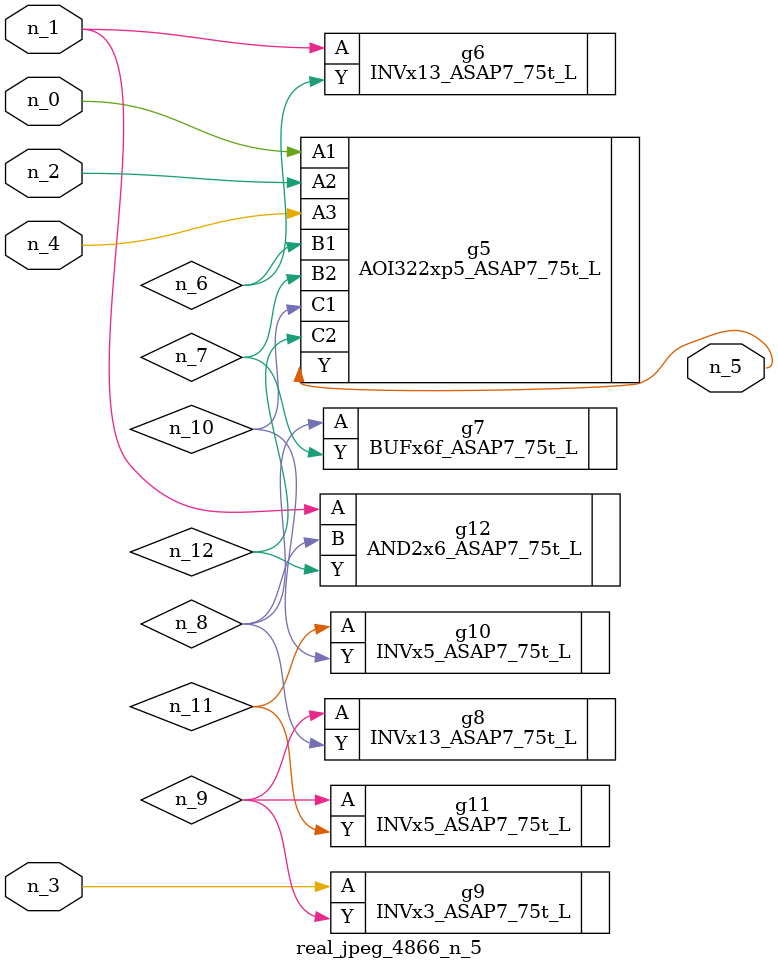
<source format=v>
module real_jpeg_4866_n_5 (n_4, n_0, n_1, n_2, n_3, n_5);

input n_4;
input n_0;
input n_1;
input n_2;
input n_3;

output n_5;

wire n_12;
wire n_8;
wire n_11;
wire n_6;
wire n_7;
wire n_10;
wire n_9;

AOI322xp5_ASAP7_75t_L g5 ( 
.A1(n_0),
.A2(n_2),
.A3(n_4),
.B1(n_6),
.B2(n_7),
.C1(n_10),
.C2(n_12),
.Y(n_5)
);

INVx13_ASAP7_75t_L g6 ( 
.A(n_1),
.Y(n_6)
);

AND2x6_ASAP7_75t_L g12 ( 
.A(n_1),
.B(n_8),
.Y(n_12)
);

INVx3_ASAP7_75t_L g9 ( 
.A(n_3),
.Y(n_9)
);

BUFx6f_ASAP7_75t_L g7 ( 
.A(n_8),
.Y(n_7)
);

INVx13_ASAP7_75t_L g8 ( 
.A(n_9),
.Y(n_8)
);

INVx5_ASAP7_75t_L g11 ( 
.A(n_9),
.Y(n_11)
);

INVx5_ASAP7_75t_L g10 ( 
.A(n_11),
.Y(n_10)
);


endmodule
</source>
